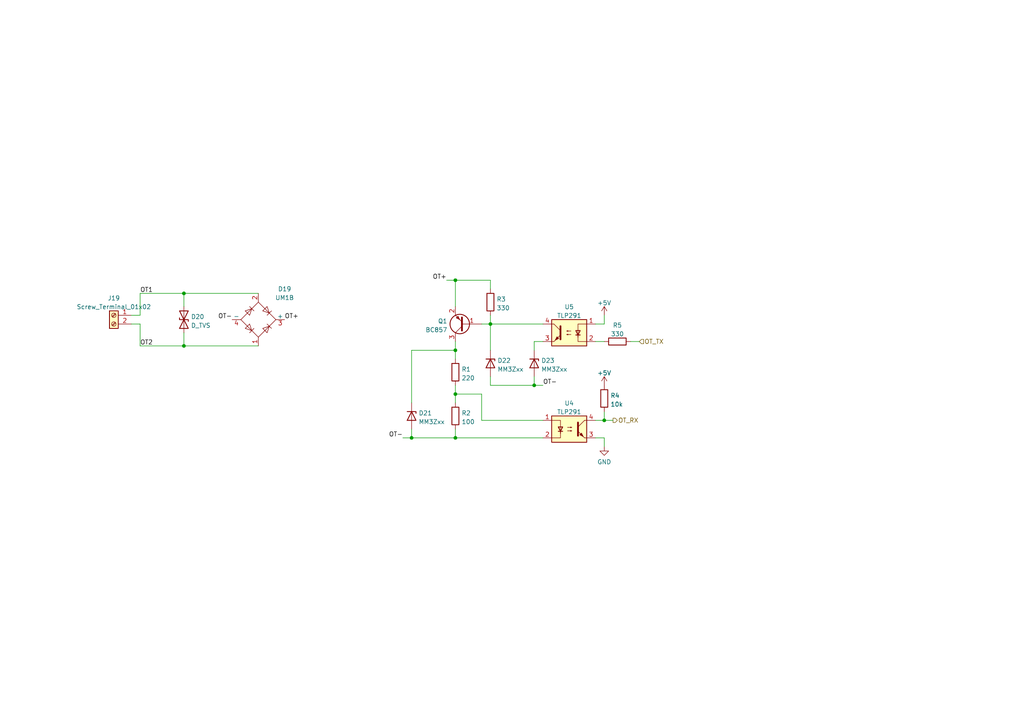
<source format=kicad_sch>
(kicad_sch (version 20230121) (generator eeschema)
  (paper "A4")
  (lib_symbols
    (symbol "Connector:Screw_Terminal_01x02" (pin_names (offset 1.016) hide)
      (property "Reference" "J" (at 0 2.54 0))
      (property "Value" "Screw_Terminal_01x02" (at 0 -5.08 0))
      (symbol "Screw_Terminal_01x02_1_1"
        (rectangle (start -1.27 1.27) (end 1.27 -3.81) (stroke (width 0.254)) (fill (type background)))
        (circle (center 0 -2.54) (radius 0.635) (stroke (width 0.1524)))
        (polyline (pts (xy -0.5334 -2.2098) (xy 0.3302 -3.048)) (stroke (width 0.1524)))
        (polyline (pts (xy -0.5334 0.3302) (xy 0.3302 -0.508)) (stroke (width 0.1524)))
        (polyline (pts (xy -0.3556 -2.032) (xy 0.508 -2.8702)) (stroke (width 0.1524)))
        (polyline (pts (xy -0.3556 0.508) (xy 0.508 -0.3302)) (stroke (width 0.1524)))
        (circle (center 0 0) (radius 0.635) (stroke (width 0.1524)))
        (pin passive line (at -5.08 0 0) (length 3.81) (name "Pin_1") (number "1"))
        (pin passive line (at -5.08 -2.54 0) (length 3.81) (name "Pin_2") (number "2"))
      )
    )
    (symbol "Device:D_TVS" (pin_numbers hide) (pin_names (offset 1.016) hide)
      (property "Reference" "D" (at 0 2.54 0))
      (property "Value" "D_TVS" (at 0 -2.54 0))
      (symbol "D_TVS_0_1"
        (polyline (pts (xy 1.27 0) (xy -1.27 0)))
        (polyline (pts (xy 0.508 1.27) (xy 0 1.27) (xy 0 -1.27) (xy -0.508 -1.27)) (stroke (width 0.254)))
        (polyline (pts (xy -2.54 1.27) (xy -2.54 -1.27) (xy 2.54 1.27) (xy 2.54 -1.27) (xy -2.54 1.27)) (stroke (width 0.254)))
      )
      (symbol "D_TVS_1_1"
        (pin passive line (at -3.81 0 0) (length 2.54) (name "A1") (number "1"))
        (pin passive line (at 3.81 0 180) (length 2.54) (name "A2") (number "2"))
      )
    )
    (symbol "Device:R" (pin_numbers hide) (pin_names (offset 0))
      (property "Reference" "R" (at 2.032 0 90))
      (property "Value" "R" (at 0 0 90))
      (symbol "R_0_1"
        (rectangle (start -1.016 -2.54) (end 1.016 2.54) (stroke (width 0.254)))
      )
      (symbol "R_1_1"
        (pin passive line (at 0 3.81 270) (length 1.27) (name "~") (number "1"))
        (pin passive line (at 0 -3.81 90) (length 1.27) (name "~") (number "2"))
      )
    )
    (symbol "Diode:MM3Zxx" (pin_numbers hide) (pin_names hide)
      (property "Reference" "D" (at 0 2.54 0))
      (property "Value" "MM3Zxx" (at 0 -2.54 0))
      (symbol "MM3Zxx_0_1"
        (polyline (pts (xy 1.27 0) (xy -1.27 0)))
        (polyline (pts (xy -1.27 -1.27) (xy -1.27 1.27) (xy -0.762 1.27)) (stroke (width 0.254)))
        (polyline (pts (xy 1.27 -1.27) (xy 1.27 1.27) (xy -1.27 0) (xy 1.27 -1.27)) (stroke (width 0.254)))
      )
      (symbol "MM3Zxx_1_1"
        (pin passive line (at -3.81 0 0) (length 2.54) (name "K") (number "1"))
        (pin passive line (at 3.81 0 180) (length 2.54) (name "A") (number "2"))
      )
    )
    (symbol "Diode_Bridge:MB2S" (pin_names (offset 0))
      (property "Reference" "D" (at 2.54 6.985 0))
      (property "Value" "MB2S" (at 2.54 5.08 0))
      (symbol "MB2S_0_1"
        (polyline (pts (xy -2.54 3.81) (xy -1.27 2.54)))
        (polyline (pts (xy -1.27 -2.54) (xy -2.54 -3.81)))
        (polyline (pts (xy 2.54 -1.27) (xy 3.81 -2.54)))
        (polyline (pts (xy 2.54 1.27) (xy 3.81 2.54)))
        (polyline (pts (xy -3.81 2.54) (xy -2.54 1.27) (xy -1.905 3.175) (xy -3.81 2.54)))
        (polyline (pts (xy -2.54 -1.27) (xy -3.81 -2.54) (xy -1.905 -3.175) (xy -2.54 -1.27)))
        (polyline (pts (xy 1.27 2.54) (xy 2.54 3.81) (xy 3.175 1.905) (xy 1.27 2.54)))
        (polyline (pts (xy 3.175 -1.905) (xy 1.27 -2.54) (xy 2.54 -3.81) (xy 3.175 -1.905)))
        (polyline (pts (xy -5.08 0) (xy 0 -5.08) (xy 5.08 0) (xy 0 5.08) (xy -5.08 0)))
      )
      (symbol "MB2S_1_1"
        (pin passive line (at 0 -7.62 90) (length 2.54) (name "~") (number "1"))
        (pin passive line (at 0 7.62 270) (length 2.54) (name "~") (number "2"))
        (pin passive line (at 7.62 0 180) (length 2.54) (name "+") (number "3"))
        (pin passive line (at -7.62 0 0) (length 2.54) (name "-") (number "4"))
      )
    )
    (symbol "Isolator:TLP291"
      (property "Reference" "U" (at -5.08 5.08 0))
      (property "Value" "TLP291" (at 0 5.08 0))
      (symbol "TLP291_0_1"
        (rectangle (start -5.08 3.81) (end 5.08 -3.81) (stroke (width 0.254)) (fill (type background)))
        (polyline (pts (xy -3.175 -0.635) (xy -1.905 -0.635)) (stroke (width 0.254)))
        (polyline (pts (xy 2.54 0.635) (xy 4.445 2.54)))
        (polyline (pts (xy 4.445 -2.54) (xy 2.54 -0.635)) (fill (type outline)))
        (polyline (pts (xy 4.445 -2.54) (xy 5.08 -2.54)))
        (polyline (pts (xy 4.445 2.54) (xy 5.08 2.54)))
        (polyline (pts (xy -2.54 -0.635) (xy -2.54 -2.54) (xy -5.08 -2.54)))
        (polyline (pts (xy 2.54 1.905) (xy 2.54 -1.905) (xy 2.54 -1.905)) (stroke (width 0.508)))
        (polyline (pts (xy -5.08 2.54) (xy -2.54 2.54) (xy -2.54 -1.27) (xy -2.54 0.635)))
        (polyline (pts (xy -2.54 -0.635) (xy -3.175 0.635) (xy -1.905 0.635) (xy -2.54 -0.635)) (stroke (width 0.254)))
        (polyline (pts (xy -0.508 -0.508) (xy 0.762 -0.508) (xy 0.381 -0.635) (xy 0.381 -0.381) (xy 0.762 -0.508)))
        (polyline (pts (xy -0.508 0.508) (xy 0.762 0.508) (xy 0.381 0.381) (xy 0.381 0.635) (xy 0.762 0.508)))
        (polyline (pts (xy 3.048 -1.651) (xy 3.556 -1.143) (xy 4.064 -2.159) (xy 3.048 -1.651) (xy 3.048 -1.651)) (fill (type outline)))
      )
      (symbol "TLP291_1_1"
        (pin passive line (at -7.62 2.54 0) (length 2.54) (name "~") (number "1"))
        (pin passive line (at -7.62 -2.54 0) (length 2.54) (name "~") (number "2"))
        (pin passive line (at 7.62 -2.54 180) (length 2.54) (name "~") (number "3"))
        (pin passive line (at 7.62 2.54 180) (length 2.54) (name "~") (number "4"))
      )
    )
    (symbol "Transistor_BJT:BC857" (pin_names (offset 0) hide)
      (property "Reference" "Q" (at 5.08 1.905 0))
      (property "Value" "BC857" (at 5.08 0 0))
      (symbol "BC857_0_1"
        (polyline (pts (xy 0.635 0.635) (xy 2.54 2.54)))
        (polyline (pts (xy 0.635 -0.635) (xy 2.54 -2.54) (xy 2.54 -2.54)))
        (polyline (pts (xy 0.635 1.905) (xy 0.635 -1.905) (xy 0.635 -1.905)) (stroke (width 0.508)))
        (polyline (pts (xy 2.286 -1.778) (xy 1.778 -2.286) (xy 1.27 -1.27) (xy 2.286 -1.778) (xy 2.286 -1.778)) (fill (type outline)))
        (circle (center 1.27 0) (radius 2.8194) (stroke (width 0.254)))
      )
      (symbol "BC857_1_1"
        (pin input line (at -5.08 0 0) (length 5.715) (name "B") (number "1"))
        (pin passive line (at 2.54 -5.08 90) (length 2.54) (name "E") (number "2"))
        (pin passive line (at 2.54 5.08 270) (length 2.54) (name "C") (number "3"))
      )
    )
    (symbol "power:+5V" (power) (pin_names (offset 0))
      (property "Value" "+5V" (at 0 3.556 0))
      (symbol "+5V_0_1"
        (polyline (pts (xy -0.762 1.27) (xy 0 2.54)))
        (polyline (pts (xy 0 0) (xy 0 2.54)))
        (polyline (pts (xy 0 2.54) (xy 0.762 1.27)))
      )
      (symbol "+5V_1_1"
        (pin power_in line (at 0 0 90) (length 0) hide (name "+5V") (number "1"))
      )
    )
    (symbol "power:GND" (power) (pin_names (offset 0))
      (property "Value" "GND" (at 0 -3.81 0))
      (symbol "GND_0_1"
        (polyline (pts (xy 0 0) (xy 0 -1.27) (xy 1.27 -1.27) (xy 0 -2.54) (xy -1.27 -1.27) (xy 0 -1.27)))
      )
      (symbol "GND_1_1"
        (pin power_in line (at 0 0 270) (length 0) hide (name "GND") (number "1"))
      )
    )
  )
  (junction (at 142.24 93.98))
  (junction (at 175.26 121.92))
  (junction (at 132.08 114.3))
  (junction (at 119.38 127))
  (junction (at 53.34 85.09))
  (junction (at 132.08 101.6))
  (junction (at 132.08 127))
  (junction (at 132.08 81.28))
  (junction (at 154.94 111.76))
  (junction (at 53.34 100.33))
  (wire (pts (xy 142.24 83.82) (xy 142.24 81.28)))
  (wire (pts (xy 142.24 111.76) (xy 154.94 111.76)))
  (wire (pts (xy 142.24 109.22) (xy 142.24 111.76)))
  (wire (pts (xy 116.84 127) (xy 119.38 127)))
  (wire (pts (xy 119.38 124.46) (xy 119.38 127)))
  (wire (pts (xy 172.72 93.98) (xy 175.26 93.98)))
  (wire (pts (xy 142.24 91.44) (xy 142.24 93.98)))
  (wire (pts (xy 154.94 111.76) (xy 154.94 109.22)))
  (wire (pts (xy 154.94 99.06) (xy 154.94 101.6)))
  (wire (pts (xy 132.08 101.6) (xy 132.08 104.14)))
  (wire (pts (xy 119.38 116.84) (xy 119.38 101.6)))
  (wire (pts (xy 38.1 91.44) (xy 40.64 91.44)))
  (wire (pts (xy 40.64 100.33) (xy 53.34 100.33)))
  (wire (pts (xy 132.08 111.76) (xy 132.08 114.3)))
  (wire (pts (xy 40.64 93.98) (xy 40.64 100.33)))
  (wire (pts (xy 142.24 93.98) (xy 157.48 93.98)))
  (wire (pts (xy 119.38 101.6) (xy 132.08 101.6)))
  (wire (pts (xy 40.64 91.44) (xy 40.64 85.09)))
  (wire (pts (xy 119.38 127) (xy 132.08 127)))
  (wire (pts (xy 53.34 100.33) (xy 74.93 100.33)))
  (wire (pts (xy 132.08 114.3) (xy 132.08 116.84)))
  (wire (pts (xy 175.26 119.38) (xy 175.26 121.92)))
  (wire (pts (xy 139.7 121.92) (xy 139.7 114.3)))
  (wire (pts (xy 132.08 114.3) (xy 139.7 114.3)))
  (wire (pts (xy 132.08 127) (xy 157.48 127)))
  (wire (pts (xy 132.08 99.06) (xy 132.08 101.6)))
  (wire (pts (xy 53.34 85.09) (xy 53.34 88.9)))
  (wire (pts (xy 38.1 93.98) (xy 40.64 93.98)))
  (wire (pts (xy 175.26 93.98) (xy 175.26 91.44)))
  (wire (pts (xy 53.34 96.52) (xy 53.34 100.33)))
  (wire (pts (xy 157.48 121.92) (xy 139.7 121.92)))
  (wire (pts (xy 172.72 121.92) (xy 175.26 121.92)))
  (wire (pts (xy 154.94 111.76) (xy 157.48 111.76)))
  (wire (pts (xy 182.88 99.06) (xy 185.42 99.06)))
  (wire (pts (xy 132.08 127) (xy 132.08 124.46)))
  (wire (pts (xy 172.72 99.06) (xy 175.26 99.06)))
  (wire (pts (xy 129.54 81.28) (xy 132.08 81.28)))
  (wire (pts (xy 175.26 121.92) (xy 177.8 121.92)))
  (wire (pts (xy 53.34 85.09) (xy 74.93 85.09)))
  (wire (pts (xy 175.26 127) (xy 172.72 127)))
  (wire (pts (xy 40.64 85.09) (xy 53.34 85.09)))
  (wire (pts (xy 157.48 99.06) (xy 154.94 99.06)))
  (wire (pts (xy 175.26 129.54) (xy 175.26 127)))
  (wire (pts (xy 132.08 81.28) (xy 132.08 88.9)))
  (wire (pts (xy 142.24 81.28) (xy 132.08 81.28)))
  (wire (pts (xy 139.7 93.98) (xy 142.24 93.98)))
  (wire (pts (xy 142.24 93.98) (xy 142.24 101.6)))
  (label "OT+" (at 129.54 81.28 180))
  (label "OT2" (at 40.64 100.33 0))
  (label "OT+" (at 82.55 92.71 0))
  (label "OT-" (at 67.31 92.71 180))
  (label "OT-" (at 116.84 127 180))
  (label "OT-" (at 157.48 111.76 0))
  (label "OT1" (at 40.64 85.09 0))
  (hierarchical_label "OT_RX" (shape output) (at 177.8 121.92 0))
  (hierarchical_label "OT_TX" (shape input) (at 185.42 99.06 0))
  (symbol (lib_id "Device:D_TVS") (at 53.34 92.71 90) (unit 1)
    (property "Reference" "D20" (at 55.372 91.8753 90) (effects (justify right)))
    (property "Value" "D_TVS" (at 55.372 94.4122 90) (effects (justify right)))
    (property "Footprint" "Diode_SMD:Nexperia_CFP3_SOD-123W" (effects hide))
  )
  (symbol (lib_id "Diode_Bridge:MB2S") (at 74.93 92.71 0) (unit 1)
    (property "Reference" "D19" (at 82.55 83.82 0))
    (property "Value" "UM1B" (at 82.55 86.36 0))
    (property "Footprint" "lib:UMB" (effects hide))
    (property "Datasheet" "http://www.vishay.com/docs/88661/mb2s.pdf" (effects hide))
  )
  (symbol (lib_id "power:GND") (at 175.26 129.54 0) (unit 1)
    (property "Reference" "#PWR0119" (effects hide))
    (property "Value" "GND" (at 175.26 133.9834 0))
  )
  (symbol (lib_id "Isolator:TLP291") (at 165.1 96.52 0) (mirror y) (unit 1)
    (property "Reference" "U5" (at 165.1 89.0102 0))
    (property "Value" "TLP291" (at 165.1 91.5471 0))
    (property "Footprint" "Package_SO:SOIC-4_4.55x2.6mm_P1.27mm" (effects hide))
    (property "Datasheet" "https://toshiba.semicon-storage.com/info/docget.jsp?did=12884&prodName=TLP291" (effects hide))
  )
  (symbol (lib_id "Device:R") (at 132.08 107.95 0) (unit 1)
    (property "Reference" "R1" (at 133.858 107.1153 0) (effects (justify left)))
    (property "Value" "220" (at 133.858 109.6522 0) (effects (justify left)))
    (property "Footprint" "Resistor_SMD:R_0603_1608Metric" (effects hide))
  )
  (symbol (lib_id "Connector:Screw_Terminal_01x02") (at 33.02 91.44 0) (mirror y) (unit 1)
    (property "Reference" "J19" (at 33.02 86.4702 0))
    (property "Value" "Screw_Terminal_01x02" (at 33.02 89.0071 0))
    (property "Footprint" "Connector_Phoenix_MC:PhoenixContact_MCV_1,5_2-G-3.81_1x02_P3.81mm_Vertical" (effects hide))
  )
  (symbol (lib_id "Device:R") (at 175.26 115.57 180) (unit 1)
    (property "Reference" "R4" (at 177.038 114.7353 0) (effects (justify right)))
    (property "Value" "10k" (at 177.038 117.2722 0) (effects (justify right)))
    (property "Footprint" "Resistor_SMD:R_0603_1608Metric" (effects hide))
  )
  (symbol (lib_id "power:+5V") (at 175.26 111.76 0) (unit 1)
    (property "Reference" "#PWR0121" (effects hide))
    (property "Value" "+5V" (at 175.26 108.1842 0))
  )
  (symbol (lib_id "Device:R") (at 142.24 87.63 0) (unit 1)
    (property "Reference" "R3" (at 144.018 86.7953 0) (effects (justify left)))
    (property "Value" "330" (at 144.018 89.3322 0) (effects (justify left)))
    (property "Footprint" "Resistor_SMD:R_0603_1608Metric" (effects hide))
  )
  (symbol (lib_id "Isolator:TLP291") (at 165.1 124.46 0) (unit 1)
    (property "Reference" "U4" (at 165.1 116.9502 0))
    (property "Value" "TLP291" (at 165.1 119.4871 0))
    (property "Footprint" "Package_SO:SOIC-4_4.55x2.6mm_P1.27mm" (effects hide))
    (property "Datasheet" "https://toshiba.semicon-storage.com/info/docget.jsp?did=12884&prodName=TLP291" (effects hide))
  )
  (symbol (lib_id "Diode:MM3Zxx") (at 119.38 120.65 270) (unit 1)
    (property "Reference" "D21" (at 121.412 119.8153 90) (effects (justify left)))
    (property "Value" "MM3Zxx" (at 121.412 122.3522 90) (effects (justify left)))
    (property "Footprint" "Diode_SMD:D_SOD-323_HandSoldering" (effects hide))
    (property "Datasheet" "https://diotec.com/tl_files/diotec/files/pdf/datasheets/mm3z2v4.pdf" (effects hide))
  )
  (symbol (lib_id "Diode:MM3Zxx") (at 142.24 105.41 270) (unit 1)
    (property "Reference" "D22" (at 144.272 104.5753 90) (effects (justify left)))
    (property "Value" "MM3Zxx" (at 144.272 107.1122 90) (effects (justify left)))
    (property "Footprint" "Diode_SMD:D_SOD-323_HandSoldering" (effects hide))
    (property "Datasheet" "https://diotec.com/tl_files/diotec/files/pdf/datasheets/mm3z2v4.pdf" (effects hide))
  )
  (symbol (lib_id "Device:R") (at 132.08 120.65 0) (unit 1)
    (property "Reference" "R2" (at 133.858 119.8153 0) (effects (justify left)))
    (property "Value" "100" (at 133.858 122.3522 0) (effects (justify left)))
    (property "Footprint" "Resistor_SMD:R_0603_1608Metric" (effects hide))
  )
  (symbol (lib_id "Transistor_BJT:BC857") (at 134.62 93.98 180) (unit 1)
    (property "Reference" "Q1" (at 129.7686 93.1453 0) (effects (justify left)))
    (property "Value" "BC857" (at 129.7686 95.6822 0) (effects (justify left)))
    (property "Footprint" "Package_TO_SOT_SMD:SOT-23" (effects hide))
    (property "Datasheet" "https://www.onsemi.com/pub/Collateral/BC860-D.pdf" (effects hide))
  )
  (symbol (lib_id "power:+5V") (at 175.26 91.44 0) (unit 1)
    (property "Reference" "#PWR0120" (effects hide))
    (property "Value" "+5V" (at 175.26 87.8642 0))
  )
  (symbol (lib_id "Device:R") (at 179.07 99.06 90) (unit 1)
    (property "Reference" "R5" (at 179.07 94.3442 90))
    (property "Value" "330" (at 179.07 96.8811 90))
    (property "Footprint" "Resistor_SMD:R_0603_1608Metric" (effects hide))
  )
  (symbol (lib_id "Diode:MM3Zxx") (at 154.94 105.41 270) (unit 1)
    (property "Reference" "D23" (at 156.972 104.5753 90) (effects (justify left)))
    (property "Value" "MM3Zxx" (at 156.972 107.1122 90) (effects (justify left)))
    (property "Footprint" "Diode_SMD:D_SOD-323_HandSoldering" (effects hide))
    (property "Datasheet" "https://diotec.com/tl_files/diotec/files/pdf/datasheets/mm3z2v4.pdf" (effects hide))
  )
)
</source>
